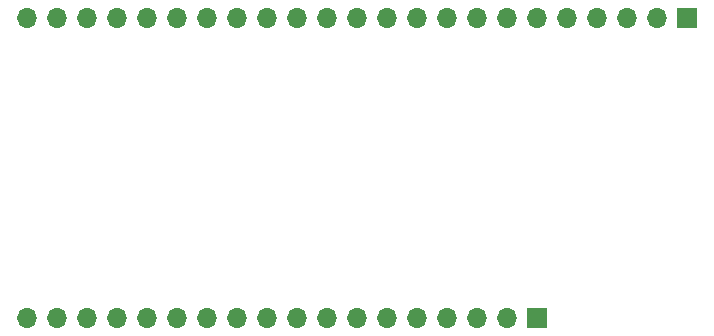
<source format=gbr>
%TF.GenerationSoftware,KiCad,Pcbnew,(5.1.10-1-10_14)*%
%TF.CreationDate,2021-10-18T21:54:19-04:00*%
%TF.ProjectId,RAM-MODULE,52414d2d-4d4f-4445-954c-452e6b696361,rev?*%
%TF.SameCoordinates,Original*%
%TF.FileFunction,Soldermask,Bot*%
%TF.FilePolarity,Negative*%
%FSLAX46Y46*%
G04 Gerber Fmt 4.6, Leading zero omitted, Abs format (unit mm)*
G04 Created by KiCad (PCBNEW (5.1.10-1-10_14)) date 2021-10-18 21:54:19*
%MOMM*%
%LPD*%
G01*
G04 APERTURE LIST*
%ADD10O,1.700000X1.700000*%
%ADD11R,1.700000X1.700000*%
G04 APERTURE END LIST*
D10*
%TO.C,J2*%
X209804000Y-86360000D03*
X212344000Y-86360000D03*
X214884000Y-86360000D03*
X217424000Y-86360000D03*
X219964000Y-86360000D03*
X222504000Y-86360000D03*
X225044000Y-86360000D03*
X227584000Y-86360000D03*
X230124000Y-86360000D03*
X232664000Y-86360000D03*
X235204000Y-86360000D03*
X237744000Y-86360000D03*
X240284000Y-86360000D03*
X242824000Y-86360000D03*
X245364000Y-86360000D03*
X247904000Y-86360000D03*
X250444000Y-86360000D03*
X252984000Y-86360000D03*
X255524000Y-86360000D03*
X258064000Y-86360000D03*
X260604000Y-86360000D03*
X263144000Y-86360000D03*
D11*
X265684000Y-86360000D03*
%TD*%
D10*
%TO.C,J1*%
X209804000Y-111760000D03*
X212344000Y-111760000D03*
X214884000Y-111760000D03*
X217424000Y-111760000D03*
X219964000Y-111760000D03*
X222504000Y-111760000D03*
X225044000Y-111760000D03*
X227584000Y-111760000D03*
X230124000Y-111760000D03*
X232664000Y-111760000D03*
X235204000Y-111760000D03*
X237744000Y-111760000D03*
X240284000Y-111760000D03*
X242824000Y-111760000D03*
X245364000Y-111760000D03*
X247904000Y-111760000D03*
X250444000Y-111760000D03*
D11*
X252984000Y-111760000D03*
%TD*%
M02*

</source>
